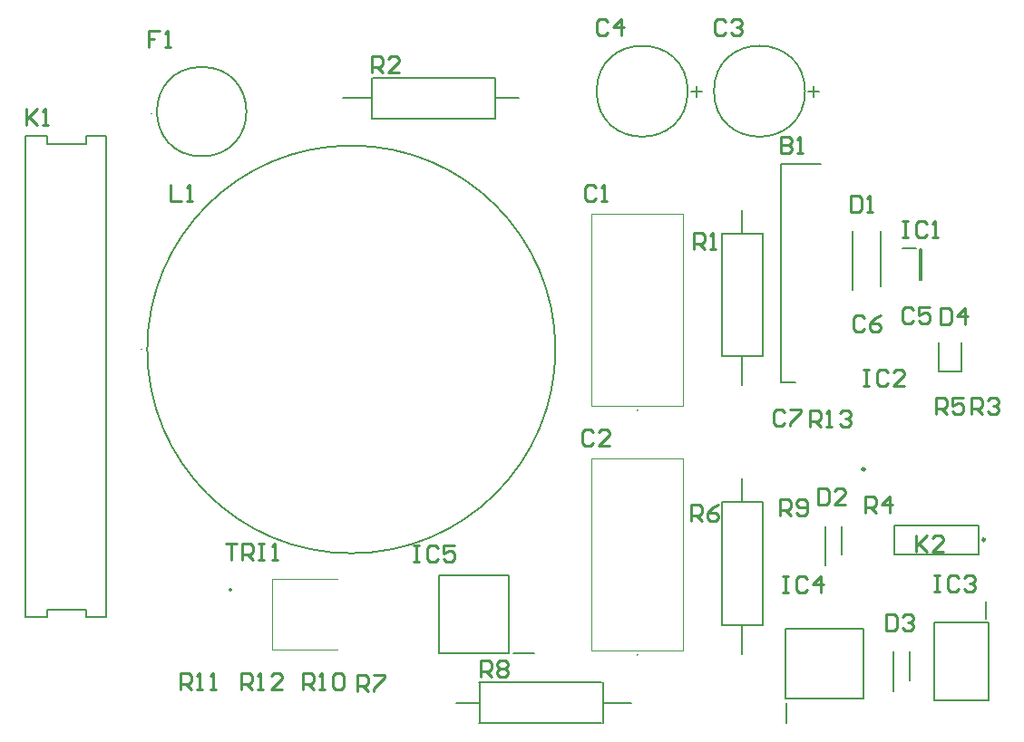
<source format=gto>
G04*
G04 #@! TF.GenerationSoftware,Altium Limited,Altium Designer,24.5.1 (21)*
G04*
G04 Layer_Color=65535*
%FSLAX44Y44*%
%MOMM*%
G71*
G04*
G04 #@! TF.SameCoordinates,667E7DA7-0DE7-46C7-9864-8DF00163D8D0*
G04*
G04*
G04 #@! TF.FilePolarity,Positive*
G04*
G01*
G75*
%ADD10C,0.2000*%
%ADD11C,0.1000*%
%ADD12C,0.2500*%
%ADD13C,0.1270*%
%ADD14C,0.2540*%
D10*
X851400Y337100D02*
G03*
X851400Y337100I-500J0D01*
G01*
X774700Y622300D02*
G03*
X393700Y622300I-190500J0D01*
G01*
D02*
G03*
X774700Y622300I190500J0D01*
G01*
X851400Y565700D02*
G03*
X851400Y565700I-500J0D01*
G01*
X444500Y802800D02*
G03*
X444500Y886300I0J41750D01*
G01*
D02*
G03*
X444500Y802800I0J-41750D01*
G01*
X1007700Y863600D02*
G03*
X1007700Y863600I-42500J0D01*
G01*
X898200D02*
G03*
X898200Y863600I-42500J0D01*
G01*
X471260Y396650D02*
G03*
X471260Y398650I0J1000D01*
G01*
D02*
G03*
X471260Y396650I0J-1000D01*
G01*
X1090700Y431050D02*
Y457950D01*
Y431050D02*
X1169900D01*
Y457950D01*
X1090700D02*
X1169900D01*
X1179168Y294462D02*
Y367462D01*
X1128168Y294462D02*
X1179168D01*
X1128168D02*
Y367462D01*
X1179168D01*
X1176868Y370962D02*
Y386462D01*
X990260Y272930D02*
Y291930D01*
X989660Y296430D02*
X1062660D01*
Y361430D01*
X989660D02*
X1062660D01*
X989660Y296430D02*
Y361430D01*
X1089788Y303140D02*
Y339840D01*
X1105788Y312940D02*
Y339840D01*
X1052256Y677796D02*
Y733096D01*
X1078296Y680996D02*
Y733096D01*
X1153500Y601350D02*
Y628600D01*
X1132500Y601350D02*
X1153500D01*
X1132500D02*
Y628600D01*
X1114650Y716300D02*
X1116150D01*
Y687100D02*
Y716300D01*
X1114650Y687100D02*
X1116150D01*
X1114650D02*
Y716300D01*
X1098650Y716700D02*
X1111150D01*
X1026288Y420514D02*
Y457214D01*
X1042288Y430314D02*
Y457214D01*
X985474Y795674D02*
X1022474D01*
X985474Y591674D02*
Y795674D01*
Y591674D02*
X998474D01*
X280000Y371900D02*
X300100D01*
X336500D02*
X355000D01*
X336500D02*
Y379400D01*
X300100Y371900D02*
Y379400D01*
X336500D01*
X280000Y371900D02*
Y821900D01*
X355000Y371900D02*
Y821900D01*
X300100Y814400D02*
X336500D01*
X300100D02*
Y821900D01*
X336500Y814400D02*
Y821900D01*
X355000D01*
X280000D02*
X300100D01*
X735500Y338750D02*
X754500D01*
X731000Y338150D02*
Y411150D01*
X666000D02*
X731000D01*
X666000Y338150D02*
Y411150D01*
Y338150D02*
X731000D01*
D11*
X389000Y622300D02*
G03*
X388000Y622300I-500J0D01*
G01*
D02*
G03*
X389000Y622300I500J0D01*
G01*
X398100Y842550D02*
G03*
X397100Y842550I-500J0D01*
G01*
D02*
G03*
X398100Y842550I500J0D01*
G01*
X808400Y340600D02*
Y520600D01*
X893400D01*
Y340600D02*
Y520600D01*
X808400Y340600D02*
X893400D01*
X808400Y569200D02*
Y749200D01*
X893400D01*
Y569200D02*
Y749200D01*
X808400Y569200D02*
X893400D01*
X510320Y341650D02*
X571320D01*
X510320D02*
Y407650D01*
X511320D01*
X571320D01*
D12*
X1175650Y444500D02*
G03*
X1175650Y444500I-1250J0D01*
G01*
X1063594Y510374D02*
G03*
X1063594Y510374I-1250J0D01*
G01*
D13*
X929894Y615813D02*
X948944D01*
X967994D01*
Y616793D02*
Y731093D01*
X948944Y730803D02*
X967994D01*
X929894D02*
X948944D01*
X929894Y616793D02*
Y731093D01*
X948944Y588853D02*
Y615523D01*
Y731093D02*
Y752683D01*
X681990Y292100D02*
X703580D01*
X819150D02*
X845820D01*
X703580Y273050D02*
X817880D01*
X703870D02*
Y292100D01*
Y311150D01*
X703580D02*
X817880D01*
X818860Y292100D02*
Y311150D01*
Y273050D02*
Y292100D01*
X718820Y857250D02*
X740410D01*
X576580D02*
X603250D01*
X604520Y876300D02*
X718820D01*
X718530Y857250D02*
Y876300D01*
Y838200D02*
Y857250D01*
X604520Y838200D02*
X718820D01*
X603540D02*
Y857250D01*
Y876300D01*
X948944Y479806D02*
Y501396D01*
Y337566D02*
Y364236D01*
X929894Y365506D02*
Y479806D01*
Y479516D02*
X948944D01*
X967994D01*
Y365506D02*
Y479806D01*
X948944Y364526D02*
X967994D01*
X929894D02*
X948944D01*
X1010700Y863598D02*
X1020697D01*
X1015698Y868596D02*
Y858599D01*
X901200Y863598D02*
X911197D01*
X906198Y868596D02*
Y858599D01*
D14*
X810261Y544828D02*
X807722Y547368D01*
X802643D01*
X800104Y544828D01*
Y534672D01*
X802643Y532132D01*
X807722D01*
X810261Y534672D01*
X825496Y532132D02*
X815339D01*
X825496Y542289D01*
Y544828D01*
X822957Y547368D01*
X817878D01*
X815339Y544828D01*
X415293Y775967D02*
Y760732D01*
X425450D01*
X430528D02*
X435607D01*
X433068D01*
Y775967D01*
X430528Y773428D01*
X812800D02*
X810261Y775967D01*
X805182D01*
X802643Y773428D01*
Y763272D01*
X805182Y760732D01*
X810261D01*
X812800Y763272D01*
X817878Y760732D02*
X822957D01*
X820418D01*
Y775967D01*
X817878Y773428D01*
X904243Y716283D02*
Y731517D01*
X911861D01*
X914400Y728978D01*
Y723900D01*
X911861Y721361D01*
X904243D01*
X909322D02*
X914400Y716283D01*
X919478D02*
X924557D01*
X922018D01*
Y731517D01*
X919478Y728978D01*
X467360Y440939D02*
X477517D01*
X472438D01*
Y425704D01*
X482595D02*
Y440939D01*
X490213D01*
X492752Y438400D01*
Y433321D01*
X490213Y430782D01*
X482595D01*
X487673D02*
X492752Y425704D01*
X497830Y440939D02*
X502909D01*
X500369D01*
Y425704D01*
X497830D01*
X502909D01*
X510526D02*
X515604D01*
X513065D01*
Y440939D01*
X510526Y438400D01*
X1012444Y549910D02*
Y565145D01*
X1020061D01*
X1022601Y562606D01*
Y557528D01*
X1020061Y554988D01*
X1012444D01*
X1017522D02*
X1022601Y549910D01*
X1027679D02*
X1032757D01*
X1030218D01*
Y565145D01*
X1027679Y562606D01*
X1040375D02*
X1042914Y565145D01*
X1047992D01*
X1050532Y562606D01*
Y560067D01*
X1047992Y557528D01*
X1045453D01*
X1047992D01*
X1050532Y554988D01*
Y552449D01*
X1047992Y549910D01*
X1042914D01*
X1040375Y552449D01*
X481076Y304800D02*
Y320035D01*
X488694D01*
X491233Y317496D01*
Y312418D01*
X488694Y309878D01*
X481076D01*
X486154D02*
X491233Y304800D01*
X496311D02*
X501389D01*
X498850D01*
Y320035D01*
X496311Y317496D01*
X519164Y304800D02*
X509007D01*
X519164Y314957D01*
Y317496D01*
X516624Y320035D01*
X511546D01*
X509007Y317496D01*
X424688Y304546D02*
Y319781D01*
X432305D01*
X434845Y317242D01*
Y312164D01*
X432305Y309624D01*
X424688D01*
X429766D02*
X434845Y304546D01*
X439923D02*
X445001D01*
X442462D01*
Y319781D01*
X439923Y317242D01*
X452619Y304546D02*
X457697D01*
X455158D01*
Y319781D01*
X452619Y317242D01*
X538734Y304546D02*
Y319781D01*
X546352D01*
X548891Y317242D01*
Y312164D01*
X546352Y309624D01*
X538734D01*
X543812D02*
X548891Y304546D01*
X553969D02*
X559047D01*
X556508D01*
Y319781D01*
X553969Y317242D01*
X566665D02*
X569204Y319781D01*
X574282D01*
X576822Y317242D01*
Y307085D01*
X574282Y304546D01*
X569204D01*
X566665Y307085D01*
Y317242D01*
X984504Y467106D02*
Y482341D01*
X992122D01*
X994661Y479802D01*
Y474724D01*
X992122Y472184D01*
X984504D01*
X989582D02*
X994661Y467106D01*
X999739Y469645D02*
X1002278Y467106D01*
X1007357D01*
X1009896Y469645D01*
Y479802D01*
X1007357Y482341D01*
X1002278D01*
X999739Y479802D01*
Y477263D01*
X1002278Y474724D01*
X1009896D01*
X704854Y316232D02*
Y331468D01*
X712472D01*
X715011Y328928D01*
Y323850D01*
X712472Y321311D01*
X704854D01*
X709932D02*
X715011Y316232D01*
X720089Y328928D02*
X722628Y331468D01*
X727707D01*
X730246Y328928D01*
Y326389D01*
X727707Y323850D01*
X730246Y321311D01*
Y318772D01*
X727707Y316232D01*
X722628D01*
X720089Y318772D01*
Y321311D01*
X722628Y323850D01*
X720089Y326389D01*
Y328928D01*
X722628Y323850D02*
X727707D01*
X590042Y302514D02*
Y317749D01*
X597659D01*
X600199Y315210D01*
Y310131D01*
X597659Y307592D01*
X590042D01*
X595120D02*
X600199Y302514D01*
X605277Y317749D02*
X615434D01*
Y315210D01*
X605277Y305053D01*
Y302514D01*
X901704Y462282D02*
Y477518D01*
X909322D01*
X911861Y474978D01*
Y469900D01*
X909322Y467361D01*
X901704D01*
X906783D02*
X911861Y462282D01*
X927096Y477518D02*
X922018Y474978D01*
X916939Y469900D01*
Y464822D01*
X919478Y462282D01*
X924557D01*
X927096Y464822D01*
Y467361D01*
X924557Y469900D01*
X916939D01*
X1130046Y562102D02*
Y577337D01*
X1137663D01*
X1140203Y574798D01*
Y569720D01*
X1137663Y567180D01*
X1130046D01*
X1135124D02*
X1140203Y562102D01*
X1155438Y577337D02*
X1145281D01*
Y569720D01*
X1150359Y572259D01*
X1152899D01*
X1155438Y569720D01*
Y564641D01*
X1152899Y562102D01*
X1147820D01*
X1145281Y564641D01*
X1064006Y469900D02*
Y485135D01*
X1071624D01*
X1074163Y482596D01*
Y477518D01*
X1071624Y474978D01*
X1064006D01*
X1069084D02*
X1074163Y469900D01*
X1086859D02*
Y485135D01*
X1079241Y477518D01*
X1089398D01*
X1162812Y562102D02*
Y577337D01*
X1170430D01*
X1172969Y574798D01*
Y569720D01*
X1170430Y567180D01*
X1162812D01*
X1167890D02*
X1172969Y562102D01*
X1178047Y574798D02*
X1180586Y577337D01*
X1185665D01*
X1188204Y574798D01*
Y572259D01*
X1185665Y569720D01*
X1183125D01*
X1185665D01*
X1188204Y567180D01*
Y564641D01*
X1185665Y562102D01*
X1180586D01*
X1178047Y564641D01*
X603254Y881383D02*
Y896618D01*
X610872D01*
X613411Y894078D01*
Y889000D01*
X610872Y886461D01*
X603254D01*
X608332D02*
X613411Y881383D01*
X628646D02*
X618489D01*
X628646Y891539D01*
Y894078D01*
X626107Y896618D01*
X621028D01*
X618489Y894078D01*
X1111000Y448815D02*
Y433581D01*
Y438659D01*
X1121157Y448815D01*
X1113539Y441198D01*
X1121157Y433581D01*
X1136392D02*
X1126235D01*
X1136392Y443737D01*
Y446276D01*
X1133853Y448815D01*
X1128774D01*
X1126235Y446276D01*
X280416Y847085D02*
Y831850D01*
Y836928D01*
X290573Y847085D01*
X282955Y839467D01*
X290573Y831850D01*
X295651D02*
X300729D01*
X298190D01*
Y847085D01*
X295651Y844546D01*
X642366Y439161D02*
X647444D01*
X644905D01*
Y423926D01*
X642366D01*
X647444D01*
X665219Y436622D02*
X662679Y439161D01*
X657601D01*
X655062Y436622D01*
Y426465D01*
X657601Y423926D01*
X662679D01*
X665219Y426465D01*
X680454Y439161D02*
X670297D01*
Y431544D01*
X675375Y434083D01*
X677915D01*
X680454Y431544D01*
Y426465D01*
X677915Y423926D01*
X672836D01*
X670297Y426465D01*
X987044Y410459D02*
X992122D01*
X989583D01*
Y395224D01*
X987044D01*
X992122D01*
X1009897Y407920D02*
X1007357Y410459D01*
X1002279D01*
X999740Y407920D01*
Y397763D01*
X1002279Y395224D01*
X1007357D01*
X1009897Y397763D01*
X1022592Y395224D02*
Y410459D01*
X1014975Y402841D01*
X1025132D01*
X1128014Y411221D02*
X1133092D01*
X1130553D01*
Y395986D01*
X1128014D01*
X1133092D01*
X1150867Y408682D02*
X1148327Y411221D01*
X1143249D01*
X1140710Y408682D01*
Y398525D01*
X1143249Y395986D01*
X1148327D01*
X1150867Y398525D01*
X1155945Y408682D02*
X1158484Y411221D01*
X1163562D01*
X1166102Y408682D01*
Y406143D01*
X1163562Y403604D01*
X1161023D01*
X1163562D01*
X1166102Y401064D01*
Y398525D01*
X1163562Y395986D01*
X1158484D01*
X1155945Y398525D01*
X1062482Y602991D02*
X1067560D01*
X1065021D01*
Y587756D01*
X1062482D01*
X1067560D01*
X1085335Y600452D02*
X1082795Y602991D01*
X1077717D01*
X1075178Y600452D01*
Y590295D01*
X1077717Y587756D01*
X1082795D01*
X1085335Y590295D01*
X1100570Y587756D02*
X1090413D01*
X1100570Y597913D01*
Y600452D01*
X1098030Y602991D01*
X1092952D01*
X1090413Y600452D01*
X1098550Y742437D02*
X1103628D01*
X1101089D01*
Y727202D01*
X1098550D01*
X1103628D01*
X1121403Y739898D02*
X1118863Y742437D01*
X1113785D01*
X1111246Y739898D01*
Y729741D01*
X1113785Y727202D01*
X1118863D01*
X1121403Y729741D01*
X1126481Y727202D02*
X1131559D01*
X1129020D01*
Y742437D01*
X1126481Y739898D01*
X404873Y919729D02*
X394716D01*
Y912112D01*
X399794D01*
X394716D01*
Y904494D01*
X409951D02*
X415029D01*
X412490D01*
Y919729D01*
X409951Y917190D01*
X1133856Y660903D02*
Y645668D01*
X1141473D01*
X1144013Y648207D01*
Y658364D01*
X1141473Y660903D01*
X1133856D01*
X1156709Y645668D02*
Y660903D01*
X1149091Y653286D01*
X1159248D01*
X1083310Y375153D02*
Y359918D01*
X1090928D01*
X1093467Y362457D01*
Y372614D01*
X1090928Y375153D01*
X1083310D01*
X1098545Y372614D02*
X1101084Y375153D01*
X1106163D01*
X1108702Y372614D01*
Y370075D01*
X1106163Y367536D01*
X1103623D01*
X1106163D01*
X1108702Y364996D01*
Y362457D01*
X1106163Y359918D01*
X1101084D01*
X1098545Y362457D01*
X1019810Y492501D02*
Y477266D01*
X1027428D01*
X1029967Y479805D01*
Y489962D01*
X1027428Y492501D01*
X1019810D01*
X1045202Y477266D02*
X1035045D01*
X1045202Y487423D01*
Y489962D01*
X1042663Y492501D01*
X1037584D01*
X1035045Y489962D01*
X1050544Y765551D02*
Y750316D01*
X1058161D01*
X1060701Y752855D01*
Y763012D01*
X1058161Y765551D01*
X1050544D01*
X1065779Y750316D02*
X1070857D01*
X1068318D01*
Y765551D01*
X1065779Y763012D01*
X988565Y563876D02*
X986025Y566415D01*
X980947D01*
X978408Y563876D01*
Y553719D01*
X980947Y551180D01*
X986025D01*
X988565Y553719D01*
X993643Y566415D02*
X1003800D01*
Y563876D01*
X993643Y553719D01*
Y551180D01*
X1063241Y651506D02*
X1060702Y654045D01*
X1055623D01*
X1053084Y651506D01*
Y641349D01*
X1055623Y638810D01*
X1060702D01*
X1063241Y641349D01*
X1078476Y654045D02*
X1073397Y651506D01*
X1068319Y646428D01*
Y641349D01*
X1070858Y638810D01*
X1075937D01*
X1078476Y641349D01*
Y643888D01*
X1075937Y646428D01*
X1068319D01*
X1108707Y658872D02*
X1106168Y661411D01*
X1101089D01*
X1098550Y658872D01*
Y648715D01*
X1101089Y646176D01*
X1106168D01*
X1108707Y648715D01*
X1123942Y661411D02*
X1113785D01*
Y653793D01*
X1118863Y656333D01*
X1121403D01*
X1123942Y653793D01*
Y648715D01*
X1121403Y646176D01*
X1116324D01*
X1113785Y648715D01*
X823719Y928620D02*
X821180Y931159D01*
X816101D01*
X813562Y928620D01*
Y918463D01*
X816101Y915924D01*
X821180D01*
X823719Y918463D01*
X836415Y915924D02*
Y931159D01*
X828797Y923541D01*
X838954D01*
X933193Y928620D02*
X930654Y931159D01*
X925575D01*
X923036Y928620D01*
Y918463D01*
X925575Y915924D01*
X930654D01*
X933193Y918463D01*
X938271Y928620D02*
X940810Y931159D01*
X945889D01*
X948428Y928620D01*
Y926081D01*
X945889Y923541D01*
X943349D01*
X945889D01*
X948428Y921002D01*
Y918463D01*
X945889Y915924D01*
X940810D01*
X938271Y918463D01*
X985266Y821177D02*
Y805942D01*
X992884D01*
X995423Y808481D01*
Y811020D01*
X992884Y813559D01*
X985266D01*
X992884D01*
X995423Y816099D01*
Y818638D01*
X992884Y821177D01*
X985266D01*
X1000501Y805942D02*
X1005579D01*
X1003040D01*
Y821177D01*
X1000501Y818638D01*
M02*

</source>
